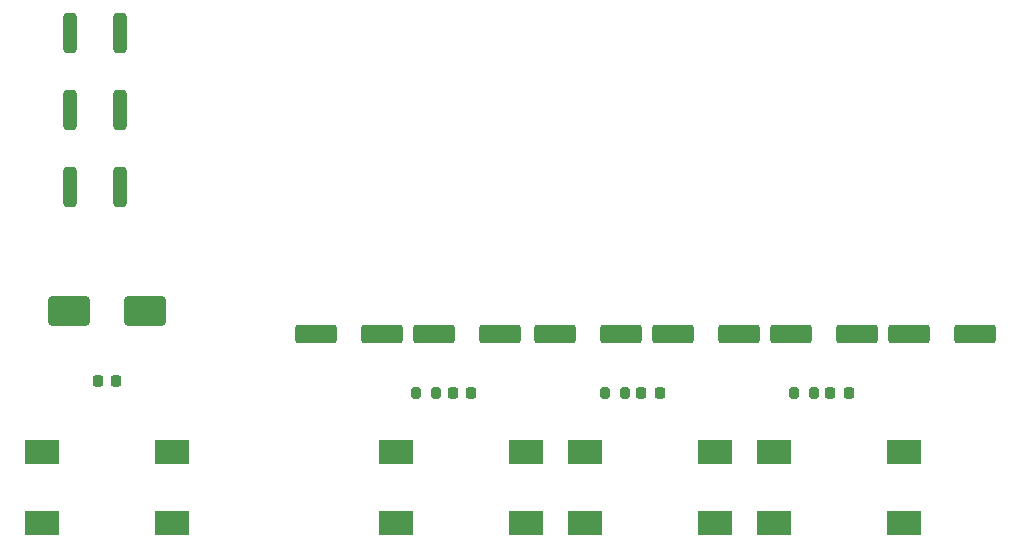
<source format=gbr>
G04 #@! TF.GenerationSoftware,KiCad,Pcbnew,(6.0.0)*
G04 #@! TF.CreationDate,2022-10-22T07:28:46+03:00*
G04 #@! TF.ProjectId,Voltlog Microscope PDU,566f6c74-6c6f-4672-904d-6963726f7363,rev?*
G04 #@! TF.SameCoordinates,Original*
G04 #@! TF.FileFunction,Paste,Top*
G04 #@! TF.FilePolarity,Positive*
%FSLAX46Y46*%
G04 Gerber Fmt 4.6, Leading zero omitted, Abs format (unit mm)*
G04 Created by KiCad (PCBNEW (6.0.0)) date 2022-10-22 07:28:46*
%MOMM*%
%LPD*%
G01*
G04 APERTURE LIST*
G04 Aperture macros list*
%AMRoundRect*
0 Rectangle with rounded corners*
0 $1 Rounding radius*
0 $2 $3 $4 $5 $6 $7 $8 $9 X,Y pos of 4 corners*
0 Add a 4 corners polygon primitive as box body*
4,1,4,$2,$3,$4,$5,$6,$7,$8,$9,$2,$3,0*
0 Add four circle primitives for the rounded corners*
1,1,$1+$1,$2,$3*
1,1,$1+$1,$4,$5*
1,1,$1+$1,$6,$7*
1,1,$1+$1,$8,$9*
0 Add four rect primitives between the rounded corners*
20,1,$1+$1,$2,$3,$4,$5,0*
20,1,$1+$1,$4,$5,$6,$7,0*
20,1,$1+$1,$6,$7,$8,$9,0*
20,1,$1+$1,$8,$9,$2,$3,0*%
G04 Aperture macros list end*
%ADD10RoundRect,0.225000X-0.225000X-0.250000X0.225000X-0.250000X0.225000X0.250000X-0.225000X0.250000X0*%
%ADD11RoundRect,0.218750X-0.218750X-0.256250X0.218750X-0.256250X0.218750X0.256250X-0.218750X0.256250X0*%
%ADD12RoundRect,0.250000X-0.312500X-1.450000X0.312500X-1.450000X0.312500X1.450000X-0.312500X1.450000X0*%
%ADD13RoundRect,0.200000X-0.200000X-0.275000X0.200000X-0.275000X0.200000X0.275000X-0.200000X0.275000X0*%
%ADD14RoundRect,0.250000X-1.500000X-1.000000X1.500000X-1.000000X1.500000X1.000000X-1.500000X1.000000X0*%
%ADD15R,3.000000X2.000000*%
%ADD16RoundRect,0.250000X-1.500000X-0.550000X1.500000X-0.550000X1.500000X0.550000X-1.500000X0.550000X0*%
%ADD17RoundRect,0.250000X1.500000X0.550000X-1.500000X0.550000X-1.500000X-0.550000X1.500000X-0.550000X0*%
G04 APERTURE END LIST*
D10*
G04 #@! TO.C,C1*
X110225000Y-93500000D03*
X111775000Y-93500000D03*
G04 #@! TD*
D11*
G04 #@! TO.C,D1*
X140259297Y-94500000D03*
X141834297Y-94500000D03*
G04 #@! TD*
D12*
G04 #@! TO.C,F3*
X107862500Y-64000000D03*
X112137500Y-64000000D03*
G04 #@! TD*
D13*
G04 #@! TO.C,R2*
X153175000Y-94500000D03*
X154825000Y-94500000D03*
G04 #@! TD*
D14*
G04 #@! TO.C,C2*
X107750000Y-87500000D03*
X114250000Y-87500000D03*
G04 #@! TD*
D12*
G04 #@! TO.C,F1*
X107862500Y-77000000D03*
X112137500Y-77000000D03*
G04 #@! TD*
D15*
G04 #@! TO.C,J3*
X151500000Y-99500000D03*
X151500000Y-105500000D03*
X162500000Y-99500000D03*
X162500000Y-105500000D03*
G04 #@! TD*
D13*
G04 #@! TO.C,R3*
X169175000Y-94500000D03*
X170825000Y-94500000D03*
G04 #@! TD*
D16*
G04 #@! TO.C,C5*
X168900000Y-89500000D03*
X174500000Y-89500000D03*
G04 #@! TD*
D17*
G04 #@! TO.C,C6*
X144300000Y-89500000D03*
X138700000Y-89500000D03*
G04 #@! TD*
D13*
G04 #@! TO.C,R1*
X137175000Y-94500000D03*
X138825000Y-94500000D03*
G04 #@! TD*
D15*
G04 #@! TO.C,J4*
X167500000Y-105500000D03*
X167500000Y-99500000D03*
X178500000Y-99500000D03*
X178500000Y-105500000D03*
G04 #@! TD*
D11*
G04 #@! TO.C,D2*
X156212500Y-94500000D03*
X157787500Y-94500000D03*
G04 #@! TD*
D17*
G04 #@! TO.C,C8*
X184500000Y-89500000D03*
X178900000Y-89500000D03*
G04 #@! TD*
D11*
G04 #@! TO.C,D3*
X172212500Y-94500000D03*
X173787500Y-94500000D03*
G04 #@! TD*
D16*
G04 #@! TO.C,C3*
X128700000Y-89500000D03*
X134300000Y-89500000D03*
G04 #@! TD*
D15*
G04 #@! TO.C,J2*
X135500000Y-105500000D03*
X135500000Y-99500000D03*
X146500000Y-99500000D03*
X146500000Y-105500000D03*
G04 #@! TD*
D16*
G04 #@! TO.C,C4*
X148900000Y-89500000D03*
X154500000Y-89500000D03*
G04 #@! TD*
D15*
G04 #@! TO.C,J1*
X105500000Y-105500000D03*
X105500000Y-99500000D03*
X116500000Y-99500000D03*
X116500000Y-105500000D03*
G04 #@! TD*
D17*
G04 #@! TO.C,C7*
X164500000Y-89500000D03*
X158900000Y-89500000D03*
G04 #@! TD*
D12*
G04 #@! TO.C,F2*
X107862500Y-70500000D03*
X112137500Y-70500000D03*
G04 #@! TD*
M02*

</source>
